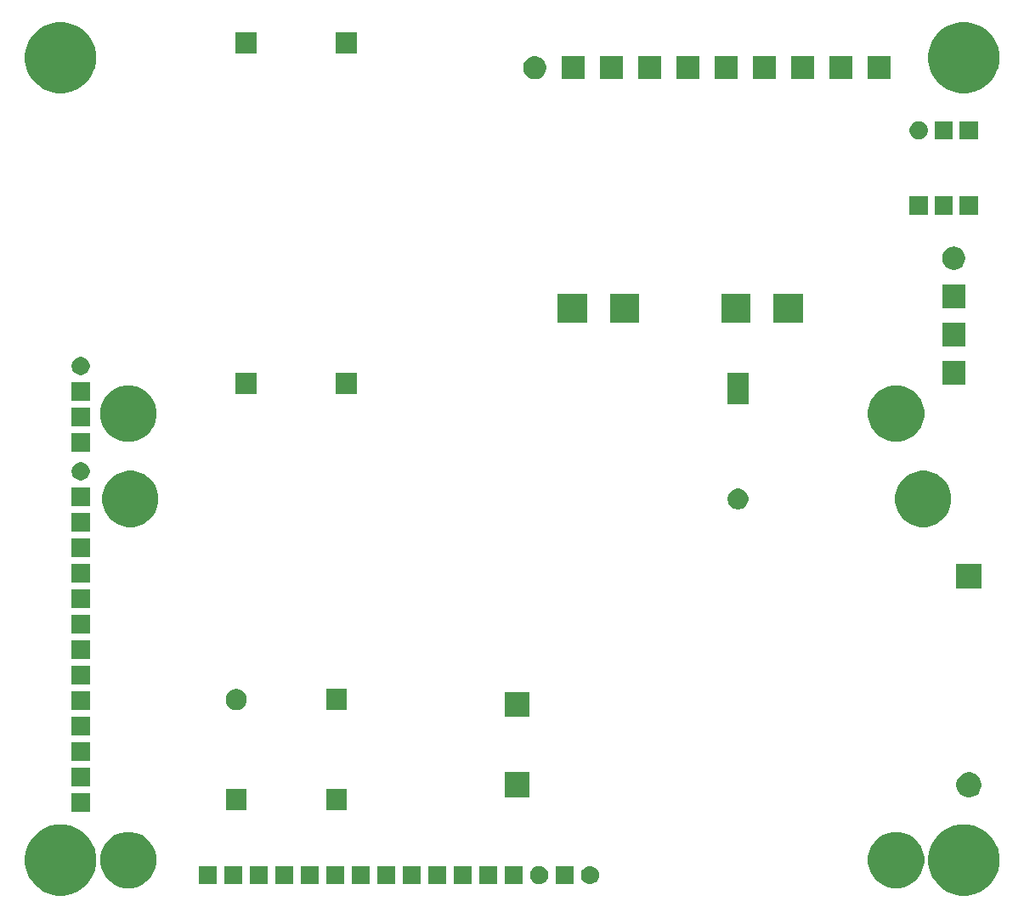
<source format=gbr>
G04 #@! TF.GenerationSoftware,KiCad,Pcbnew,(5.1.2-1)-1*
G04 #@! TF.CreationDate,2021-05-08T22:13:09+03:00*
G04 #@! TF.ProjectId,UAK_3,55414b5f-332e-46b6-9963-61645f706362,rev?*
G04 #@! TF.SameCoordinates,Original*
G04 #@! TF.FileFunction,Soldermask,Bot*
G04 #@! TF.FilePolarity,Negative*
%FSLAX46Y46*%
G04 Gerber Fmt 4.6, Leading zero omitted, Abs format (unit mm)*
G04 Created by KiCad (PCBNEW (5.1.2-1)-1) date 2021-05-08 22:13:09*
%MOMM*%
%LPD*%
G04 APERTURE LIST*
%ADD10C,0.100000*%
G04 APERTURE END LIST*
D10*
G36*
X96035787Y8414538D02*
G01*
X96035790Y8414537D01*
X96035789Y8414537D01*
X96682029Y8146856D01*
X97263631Y7758242D01*
X97758242Y7263631D01*
X98146856Y6682029D01*
X98146856Y6682028D01*
X98414538Y6035787D01*
X98551000Y5349744D01*
X98551000Y4650256D01*
X98414538Y3964213D01*
X98336135Y3774932D01*
X98146856Y3317971D01*
X97758242Y2736369D01*
X97263631Y2241758D01*
X96682029Y1853144D01*
X96225068Y1663865D01*
X96035787Y1585462D01*
X95349744Y1449000D01*
X94650256Y1449000D01*
X93964213Y1585462D01*
X93774932Y1663865D01*
X93317971Y1853144D01*
X92736369Y2241758D01*
X92241758Y2736369D01*
X91853144Y3317971D01*
X91663865Y3774932D01*
X91585462Y3964213D01*
X91449000Y4650256D01*
X91449000Y5349744D01*
X91585462Y6035787D01*
X91853144Y6682028D01*
X91853144Y6682029D01*
X92241758Y7263631D01*
X92736369Y7758242D01*
X93317971Y8146856D01*
X93964211Y8414537D01*
X93964210Y8414537D01*
X93964213Y8414538D01*
X94650256Y8551000D01*
X95349744Y8551000D01*
X96035787Y8414538D01*
X96035787Y8414538D01*
G37*
G36*
X6035787Y8414538D02*
G01*
X6035790Y8414537D01*
X6035789Y8414537D01*
X6682029Y8146856D01*
X7263631Y7758242D01*
X7758242Y7263631D01*
X8146856Y6682029D01*
X8146856Y6682028D01*
X8414538Y6035787D01*
X8551000Y5349744D01*
X8551000Y4650256D01*
X8414538Y3964213D01*
X8336135Y3774932D01*
X8146856Y3317971D01*
X7758242Y2736369D01*
X7263631Y2241758D01*
X6682029Y1853144D01*
X6225068Y1663865D01*
X6035787Y1585462D01*
X5349744Y1449000D01*
X4650256Y1449000D01*
X3964213Y1585462D01*
X3774932Y1663865D01*
X3317971Y1853144D01*
X2736369Y2241758D01*
X2241758Y2736369D01*
X1853144Y3317971D01*
X1663865Y3774932D01*
X1585462Y3964213D01*
X1449000Y4650256D01*
X1449000Y5349744D01*
X1585462Y6035787D01*
X1853144Y6682028D01*
X1853144Y6682029D01*
X2241758Y7263631D01*
X2736369Y7758242D01*
X3317971Y8146856D01*
X3964211Y8414537D01*
X3964210Y8414537D01*
X3964213Y8414538D01*
X4650256Y8551000D01*
X5349744Y8551000D01*
X6035787Y8414538D01*
X6035787Y8414538D01*
G37*
G36*
X89067021Y7693360D02*
G01*
X89576769Y7482215D01*
X89576771Y7482214D01*
X90035534Y7175679D01*
X90425679Y6785534D01*
X90494839Y6682028D01*
X90732215Y6326769D01*
X90943360Y5817021D01*
X91051000Y5275876D01*
X91051000Y4724124D01*
X90943360Y4182979D01*
X90733621Y3676625D01*
X90732214Y3673229D01*
X90425679Y3214466D01*
X90035534Y2824321D01*
X89576771Y2517786D01*
X89576770Y2517785D01*
X89576769Y2517785D01*
X89067021Y2306640D01*
X88525876Y2199000D01*
X87974124Y2199000D01*
X87432979Y2306640D01*
X86923231Y2517785D01*
X86923230Y2517785D01*
X86923229Y2517786D01*
X86464466Y2824321D01*
X86074321Y3214466D01*
X85767786Y3673229D01*
X85766379Y3676625D01*
X85556640Y4182979D01*
X85449000Y4724124D01*
X85449000Y5275876D01*
X85556640Y5817021D01*
X85767785Y6326769D01*
X86005161Y6682028D01*
X86074321Y6785534D01*
X86464466Y7175679D01*
X86923229Y7482214D01*
X86923231Y7482215D01*
X87432979Y7693360D01*
X87974124Y7801000D01*
X88525876Y7801000D01*
X89067021Y7693360D01*
X89067021Y7693360D01*
G37*
G36*
X12567021Y7693360D02*
G01*
X13076769Y7482215D01*
X13076771Y7482214D01*
X13535534Y7175679D01*
X13925679Y6785534D01*
X13994839Y6682028D01*
X14232215Y6326769D01*
X14443360Y5817021D01*
X14551000Y5275876D01*
X14551000Y4724124D01*
X14443360Y4182979D01*
X14233621Y3676625D01*
X14232214Y3673229D01*
X13925679Y3214466D01*
X13535534Y2824321D01*
X13076771Y2517786D01*
X13076770Y2517785D01*
X13076769Y2517785D01*
X12567021Y2306640D01*
X12025876Y2199000D01*
X11474124Y2199000D01*
X10932979Y2306640D01*
X10423231Y2517785D01*
X10423230Y2517785D01*
X10423229Y2517786D01*
X9964466Y2824321D01*
X9574321Y3214466D01*
X9267786Y3673229D01*
X9266379Y3676625D01*
X9056640Y4182979D01*
X8949000Y4724124D01*
X8949000Y5275876D01*
X9056640Y5817021D01*
X9267785Y6326769D01*
X9505161Y6682028D01*
X9574321Y6785534D01*
X9964466Y7175679D01*
X10423229Y7482214D01*
X10423231Y7482215D01*
X10932979Y7693360D01*
X11474124Y7801000D01*
X12025876Y7801000D01*
X12567021Y7693360D01*
X12567021Y7693360D01*
G37*
G36*
X48491000Y2599000D02*
G01*
X46689000Y2599000D01*
X46689000Y4401000D01*
X48491000Y4401000D01*
X48491000Y2599000D01*
X48491000Y2599000D01*
G37*
G36*
X45951000Y2599000D02*
G01*
X44149000Y2599000D01*
X44149000Y4401000D01*
X45951000Y4401000D01*
X45951000Y2599000D01*
X45951000Y2599000D01*
G37*
G36*
X43411000Y2599000D02*
G01*
X41609000Y2599000D01*
X41609000Y4401000D01*
X43411000Y4401000D01*
X43411000Y2599000D01*
X43411000Y2599000D01*
G37*
G36*
X40871000Y2599000D02*
G01*
X39069000Y2599000D01*
X39069000Y4401000D01*
X40871000Y4401000D01*
X40871000Y2599000D01*
X40871000Y2599000D01*
G37*
G36*
X38331000Y2599000D02*
G01*
X36529000Y2599000D01*
X36529000Y4401000D01*
X38331000Y4401000D01*
X38331000Y2599000D01*
X38331000Y2599000D01*
G37*
G36*
X35791000Y2599000D02*
G01*
X33989000Y2599000D01*
X33989000Y4401000D01*
X35791000Y4401000D01*
X35791000Y2599000D01*
X35791000Y2599000D01*
G37*
G36*
X33251000Y2599000D02*
G01*
X31449000Y2599000D01*
X31449000Y4401000D01*
X33251000Y4401000D01*
X33251000Y2599000D01*
X33251000Y2599000D01*
G37*
G36*
X30711000Y2599000D02*
G01*
X28909000Y2599000D01*
X28909000Y4401000D01*
X30711000Y4401000D01*
X30711000Y2599000D01*
X30711000Y2599000D01*
G37*
G36*
X28171000Y2599000D02*
G01*
X26369000Y2599000D01*
X26369000Y4401000D01*
X28171000Y4401000D01*
X28171000Y2599000D01*
X28171000Y2599000D01*
G37*
G36*
X25631000Y2599000D02*
G01*
X23829000Y2599000D01*
X23829000Y4401000D01*
X25631000Y4401000D01*
X25631000Y2599000D01*
X25631000Y2599000D01*
G37*
G36*
X23091000Y2599000D02*
G01*
X21289000Y2599000D01*
X21289000Y4401000D01*
X23091000Y4401000D01*
X23091000Y2599000D01*
X23091000Y2599000D01*
G37*
G36*
X20551000Y2599000D02*
G01*
X18749000Y2599000D01*
X18749000Y4401000D01*
X20551000Y4401000D01*
X20551000Y2599000D01*
X20551000Y2599000D01*
G37*
G36*
X57860443Y4394481D02*
G01*
X57926627Y4387963D01*
X58096466Y4336443D01*
X58252991Y4252778D01*
X58288729Y4223448D01*
X58390186Y4140186D01*
X58473448Y4038729D01*
X58502778Y4002991D01*
X58586443Y3846466D01*
X58637963Y3676627D01*
X58655359Y3500000D01*
X58637963Y3323373D01*
X58586443Y3153534D01*
X58502778Y2997009D01*
X58473448Y2961271D01*
X58390186Y2859814D01*
X58317480Y2800147D01*
X58252991Y2747222D01*
X58096466Y2663557D01*
X57926627Y2612037D01*
X57860443Y2605519D01*
X57794260Y2599000D01*
X57705740Y2599000D01*
X57639557Y2605519D01*
X57573373Y2612037D01*
X57403534Y2663557D01*
X57247009Y2747222D01*
X57182520Y2800147D01*
X57109814Y2859814D01*
X57026552Y2961271D01*
X56997222Y2997009D01*
X56913557Y3153534D01*
X56862037Y3323373D01*
X56844641Y3500000D01*
X56862037Y3676627D01*
X56913557Y3846466D01*
X56997222Y4002991D01*
X57026552Y4038729D01*
X57109814Y4140186D01*
X57211271Y4223448D01*
X57247009Y4252778D01*
X57403534Y4336443D01*
X57573373Y4387963D01*
X57639557Y4394481D01*
X57705740Y4401000D01*
X57794260Y4401000D01*
X57860443Y4394481D01*
X57860443Y4394481D01*
G37*
G36*
X51031000Y2599000D02*
G01*
X49229000Y2599000D01*
X49229000Y4401000D01*
X51031000Y4401000D01*
X51031000Y2599000D01*
X51031000Y2599000D01*
G37*
G36*
X52783512Y4396073D02*
G01*
X52932812Y4366376D01*
X53096784Y4298456D01*
X53244354Y4199853D01*
X53369853Y4074354D01*
X53468456Y3926784D01*
X53536376Y3762812D01*
X53571000Y3588741D01*
X53571000Y3411259D01*
X53536376Y3237188D01*
X53468456Y3073216D01*
X53369853Y2925646D01*
X53244354Y2800147D01*
X53096784Y2701544D01*
X52932812Y2633624D01*
X52783512Y2603927D01*
X52758742Y2599000D01*
X52581258Y2599000D01*
X52556488Y2603927D01*
X52407188Y2633624D01*
X52243216Y2701544D01*
X52095646Y2800147D01*
X51970147Y2925646D01*
X51871544Y3073216D01*
X51803624Y3237188D01*
X51769000Y3411259D01*
X51769000Y3588741D01*
X51803624Y3762812D01*
X51871544Y3926784D01*
X51970147Y4074354D01*
X52095646Y4199853D01*
X52243216Y4298456D01*
X52407188Y4366376D01*
X52556488Y4396073D01*
X52581258Y4401000D01*
X52758742Y4401000D01*
X52783512Y4396073D01*
X52783512Y4396073D01*
G37*
G36*
X56111000Y2599000D02*
G01*
X54309000Y2599000D01*
X54309000Y4401000D01*
X56111000Y4401000D01*
X56111000Y2599000D01*
X56111000Y2599000D01*
G37*
G36*
X7901000Y9829000D02*
G01*
X6099000Y9829000D01*
X6099000Y11631000D01*
X7901000Y11631000D01*
X7901000Y9829000D01*
X7901000Y9829000D01*
G37*
G36*
X23551000Y9949000D02*
G01*
X21449000Y9949000D01*
X21449000Y12051000D01*
X23551000Y12051000D01*
X23551000Y9949000D01*
X23551000Y9949000D01*
G37*
G36*
X33551000Y9949000D02*
G01*
X31449000Y9949000D01*
X31449000Y12051000D01*
X33551000Y12051000D01*
X33551000Y9949000D01*
X33551000Y9949000D01*
G37*
G36*
X95864903Y13702925D02*
G01*
X96092571Y13608622D01*
X96297466Y13471715D01*
X96471715Y13297466D01*
X96608622Y13092571D01*
X96702925Y12864903D01*
X96751000Y12623213D01*
X96751000Y12376787D01*
X96702925Y12135097D01*
X96608622Y11907429D01*
X96471715Y11702534D01*
X96297466Y11528285D01*
X96092571Y11391378D01*
X96092570Y11391377D01*
X96092569Y11391377D01*
X95864903Y11297075D01*
X95623214Y11249000D01*
X95376786Y11249000D01*
X95135097Y11297075D01*
X94907431Y11391377D01*
X94907430Y11391377D01*
X94907429Y11391378D01*
X94702534Y11528285D01*
X94528285Y11702534D01*
X94391378Y11907429D01*
X94297075Y12135097D01*
X94249000Y12376787D01*
X94249000Y12623213D01*
X94297075Y12864903D01*
X94391378Y13092571D01*
X94528285Y13297466D01*
X94702534Y13471715D01*
X94907429Y13608622D01*
X95135097Y13702925D01*
X95376786Y13751000D01*
X95623214Y13751000D01*
X95864903Y13702925D01*
X95864903Y13702925D01*
G37*
G36*
X51751000Y11249000D02*
G01*
X49249000Y11249000D01*
X49249000Y13751000D01*
X51751000Y13751000D01*
X51751000Y11249000D01*
X51751000Y11249000D01*
G37*
G36*
X7901000Y12369000D02*
G01*
X6099000Y12369000D01*
X6099000Y14171000D01*
X7901000Y14171000D01*
X7901000Y12369000D01*
X7901000Y12369000D01*
G37*
G36*
X7901000Y14909000D02*
G01*
X6099000Y14909000D01*
X6099000Y16711000D01*
X7901000Y16711000D01*
X7901000Y14909000D01*
X7901000Y14909000D01*
G37*
G36*
X7901000Y17449000D02*
G01*
X6099000Y17449000D01*
X6099000Y19251000D01*
X7901000Y19251000D01*
X7901000Y17449000D01*
X7901000Y17449000D01*
G37*
G36*
X51751000Y19249000D02*
G01*
X49249000Y19249000D01*
X49249000Y21751000D01*
X51751000Y21751000D01*
X51751000Y19249000D01*
X51751000Y19249000D01*
G37*
G36*
X33551000Y19949000D02*
G01*
X31449000Y19949000D01*
X31449000Y22051000D01*
X33551000Y22051000D01*
X33551000Y19949000D01*
X33551000Y19949000D01*
G37*
G36*
X22806564Y22010611D02*
G01*
X22997833Y21931385D01*
X22997835Y21931384D01*
X23169973Y21816365D01*
X23316365Y21669973D01*
X23431385Y21497833D01*
X23510611Y21306564D01*
X23551000Y21103516D01*
X23551000Y20896484D01*
X23510611Y20693436D01*
X23431385Y20502167D01*
X23431384Y20502165D01*
X23316365Y20330027D01*
X23169973Y20183635D01*
X22997835Y20068616D01*
X22997834Y20068615D01*
X22997833Y20068615D01*
X22806564Y19989389D01*
X22603516Y19949000D01*
X22396484Y19949000D01*
X22193436Y19989389D01*
X22002167Y20068615D01*
X22002166Y20068615D01*
X22002165Y20068616D01*
X21830027Y20183635D01*
X21683635Y20330027D01*
X21568616Y20502165D01*
X21568615Y20502167D01*
X21489389Y20693436D01*
X21449000Y20896484D01*
X21449000Y21103516D01*
X21489389Y21306564D01*
X21568615Y21497833D01*
X21683635Y21669973D01*
X21830027Y21816365D01*
X22002165Y21931384D01*
X22002167Y21931385D01*
X22193436Y22010611D01*
X22396484Y22051000D01*
X22603516Y22051000D01*
X22806564Y22010611D01*
X22806564Y22010611D01*
G37*
G36*
X7901000Y19989000D02*
G01*
X6099000Y19989000D01*
X6099000Y21791000D01*
X7901000Y21791000D01*
X7901000Y19989000D01*
X7901000Y19989000D01*
G37*
G36*
X7901000Y22529000D02*
G01*
X6099000Y22529000D01*
X6099000Y24331000D01*
X7901000Y24331000D01*
X7901000Y22529000D01*
X7901000Y22529000D01*
G37*
G36*
X7901000Y25069000D02*
G01*
X6099000Y25069000D01*
X6099000Y26871000D01*
X7901000Y26871000D01*
X7901000Y25069000D01*
X7901000Y25069000D01*
G37*
G36*
X7901000Y27609000D02*
G01*
X6099000Y27609000D01*
X6099000Y29411000D01*
X7901000Y29411000D01*
X7901000Y27609000D01*
X7901000Y27609000D01*
G37*
G36*
X7901000Y30149000D02*
G01*
X6099000Y30149000D01*
X6099000Y31951000D01*
X7901000Y31951000D01*
X7901000Y30149000D01*
X7901000Y30149000D01*
G37*
G36*
X96751000Y32049000D02*
G01*
X94249000Y32049000D01*
X94249000Y34551000D01*
X96751000Y34551000D01*
X96751000Y32049000D01*
X96751000Y32049000D01*
G37*
G36*
X7901000Y32689000D02*
G01*
X6099000Y32689000D01*
X6099000Y34491000D01*
X7901000Y34491000D01*
X7901000Y32689000D01*
X7901000Y32689000D01*
G37*
G36*
X7901000Y35229000D02*
G01*
X6099000Y35229000D01*
X6099000Y37031000D01*
X7901000Y37031000D01*
X7901000Y35229000D01*
X7901000Y35229000D01*
G37*
G36*
X7901000Y37769000D02*
G01*
X6099000Y37769000D01*
X6099000Y39571000D01*
X7901000Y39571000D01*
X7901000Y37769000D01*
X7901000Y37769000D01*
G37*
G36*
X91767021Y43693360D02*
G01*
X92264763Y43487188D01*
X92276771Y43482214D01*
X92735534Y43175679D01*
X93125679Y42785534D01*
X93432214Y42326771D01*
X93432215Y42326769D01*
X93643360Y41817021D01*
X93751000Y41275876D01*
X93751000Y40724124D01*
X93643360Y40182979D01*
X93432215Y39673231D01*
X93432214Y39673229D01*
X93125679Y39214466D01*
X92735534Y38824321D01*
X92276771Y38517786D01*
X92276770Y38517785D01*
X92276769Y38517785D01*
X91767021Y38306640D01*
X91225876Y38199000D01*
X90674124Y38199000D01*
X90132979Y38306640D01*
X89623231Y38517785D01*
X89623230Y38517785D01*
X89623229Y38517786D01*
X89164466Y38824321D01*
X88774321Y39214466D01*
X88467786Y39673229D01*
X88467785Y39673231D01*
X88256640Y40182979D01*
X88149000Y40724124D01*
X88149000Y41275876D01*
X88256640Y41817021D01*
X88467785Y42326769D01*
X88467786Y42326771D01*
X88774321Y42785534D01*
X89164466Y43175679D01*
X89623229Y43482214D01*
X89635237Y43487188D01*
X90132979Y43693360D01*
X90674124Y43801000D01*
X91225876Y43801000D01*
X91767021Y43693360D01*
X91767021Y43693360D01*
G37*
G36*
X12767021Y43693360D02*
G01*
X13264763Y43487188D01*
X13276771Y43482214D01*
X13735534Y43175679D01*
X14125679Y42785534D01*
X14432214Y42326771D01*
X14432215Y42326769D01*
X14643360Y41817021D01*
X14751000Y41275876D01*
X14751000Y40724124D01*
X14643360Y40182979D01*
X14432215Y39673231D01*
X14432214Y39673229D01*
X14125679Y39214466D01*
X13735534Y38824321D01*
X13276771Y38517786D01*
X13276770Y38517785D01*
X13276769Y38517785D01*
X12767021Y38306640D01*
X12225876Y38199000D01*
X11674124Y38199000D01*
X11132979Y38306640D01*
X10623231Y38517785D01*
X10623230Y38517785D01*
X10623229Y38517786D01*
X10164466Y38824321D01*
X9774321Y39214466D01*
X9467786Y39673229D01*
X9467785Y39673231D01*
X9256640Y40182979D01*
X9149000Y40724124D01*
X9149000Y41275876D01*
X9256640Y41817021D01*
X9467785Y42326769D01*
X9467786Y42326771D01*
X9774321Y42785534D01*
X10164466Y43175679D01*
X10623229Y43482214D01*
X10635237Y43487188D01*
X11132979Y43693360D01*
X11674124Y43801000D01*
X12225876Y43801000D01*
X12767021Y43693360D01*
X12767021Y43693360D01*
G37*
G36*
X72806564Y42010611D02*
G01*
X72997833Y41931385D01*
X72997835Y41931384D01*
X73168990Y41817022D01*
X73169973Y41816365D01*
X73316365Y41669973D01*
X73431385Y41497833D01*
X73510611Y41306564D01*
X73551000Y41103516D01*
X73551000Y40896484D01*
X73510611Y40693436D01*
X73431385Y40502167D01*
X73431384Y40502165D01*
X73316365Y40330027D01*
X73169973Y40183635D01*
X72997835Y40068616D01*
X72997834Y40068615D01*
X72997833Y40068615D01*
X72806564Y39989389D01*
X72603516Y39949000D01*
X72396484Y39949000D01*
X72193436Y39989389D01*
X72002167Y40068615D01*
X72002166Y40068615D01*
X72002165Y40068616D01*
X71830027Y40183635D01*
X71683635Y40330027D01*
X71568616Y40502165D01*
X71568615Y40502167D01*
X71489389Y40693436D01*
X71449000Y40896484D01*
X71449000Y41103516D01*
X71489389Y41306564D01*
X71568615Y41497833D01*
X71683635Y41669973D01*
X71830027Y41816365D01*
X71831010Y41817022D01*
X72002165Y41931384D01*
X72002167Y41931385D01*
X72193436Y42010611D01*
X72396484Y42051000D01*
X72603516Y42051000D01*
X72806564Y42010611D01*
X72806564Y42010611D01*
G37*
G36*
X7901000Y40309000D02*
G01*
X6099000Y40309000D01*
X6099000Y42111000D01*
X7901000Y42111000D01*
X7901000Y40309000D01*
X7901000Y40309000D01*
G37*
G36*
X7113512Y44646073D02*
G01*
X7262812Y44616376D01*
X7426784Y44548456D01*
X7574354Y44449853D01*
X7699853Y44324354D01*
X7798456Y44176784D01*
X7866376Y44012812D01*
X7901000Y43838741D01*
X7901000Y43661259D01*
X7866376Y43487188D01*
X7798456Y43323216D01*
X7699853Y43175646D01*
X7574354Y43050147D01*
X7426784Y42951544D01*
X7262812Y42883624D01*
X7113512Y42853927D01*
X7088742Y42849000D01*
X6911258Y42849000D01*
X6886488Y42853927D01*
X6737188Y42883624D01*
X6573216Y42951544D01*
X6425646Y43050147D01*
X6300147Y43175646D01*
X6201544Y43323216D01*
X6133624Y43487188D01*
X6099000Y43661259D01*
X6099000Y43838741D01*
X6133624Y44012812D01*
X6201544Y44176784D01*
X6300147Y44324354D01*
X6425646Y44449853D01*
X6573216Y44548456D01*
X6737188Y44616376D01*
X6886488Y44646073D01*
X6911258Y44651000D01*
X7088742Y44651000D01*
X7113512Y44646073D01*
X7113512Y44646073D01*
G37*
G36*
X7901000Y45729000D02*
G01*
X6099000Y45729000D01*
X6099000Y47531000D01*
X7901000Y47531000D01*
X7901000Y45729000D01*
X7901000Y45729000D01*
G37*
G36*
X89067021Y52193360D02*
G01*
X89576769Y51982215D01*
X89576771Y51982214D01*
X90035534Y51675679D01*
X90425679Y51285534D01*
X90732214Y50826771D01*
X90732215Y50826769D01*
X90943360Y50317021D01*
X91051000Y49775876D01*
X91051000Y49224124D01*
X90943360Y48682979D01*
X90771884Y48269000D01*
X90732214Y48173229D01*
X90425679Y47714466D01*
X90035534Y47324321D01*
X89576771Y47017786D01*
X89576770Y47017785D01*
X89576769Y47017785D01*
X89067021Y46806640D01*
X88525876Y46699000D01*
X87974124Y46699000D01*
X87432979Y46806640D01*
X86923231Y47017785D01*
X86923230Y47017785D01*
X86923229Y47017786D01*
X86464466Y47324321D01*
X86074321Y47714466D01*
X85767786Y48173229D01*
X85728116Y48269000D01*
X85556640Y48682979D01*
X85449000Y49224124D01*
X85449000Y49775876D01*
X85556640Y50317021D01*
X85767785Y50826769D01*
X85767786Y50826771D01*
X86074321Y51285534D01*
X86464466Y51675679D01*
X86923229Y51982214D01*
X86923231Y51982215D01*
X87432979Y52193360D01*
X87974124Y52301000D01*
X88525876Y52301000D01*
X89067021Y52193360D01*
X89067021Y52193360D01*
G37*
G36*
X12567021Y52193360D02*
G01*
X13076769Y51982215D01*
X13076771Y51982214D01*
X13535534Y51675679D01*
X13925679Y51285534D01*
X14232214Y50826771D01*
X14232215Y50826769D01*
X14443360Y50317021D01*
X14551000Y49775876D01*
X14551000Y49224124D01*
X14443360Y48682979D01*
X14271884Y48269000D01*
X14232214Y48173229D01*
X13925679Y47714466D01*
X13535534Y47324321D01*
X13076771Y47017786D01*
X13076770Y47017785D01*
X13076769Y47017785D01*
X12567021Y46806640D01*
X12025876Y46699000D01*
X11474124Y46699000D01*
X10932979Y46806640D01*
X10423231Y47017785D01*
X10423230Y47017785D01*
X10423229Y47017786D01*
X9964466Y47324321D01*
X9574321Y47714466D01*
X9267786Y48173229D01*
X9228116Y48269000D01*
X9056640Y48682979D01*
X8949000Y49224124D01*
X8949000Y49775876D01*
X9056640Y50317021D01*
X9267785Y50826769D01*
X9267786Y50826771D01*
X9574321Y51285534D01*
X9964466Y51675679D01*
X10423229Y51982214D01*
X10423231Y51982215D01*
X10932979Y52193360D01*
X11474124Y52301000D01*
X12025876Y52301000D01*
X12567021Y52193360D01*
X12567021Y52193360D01*
G37*
G36*
X7901000Y48269000D02*
G01*
X6099000Y48269000D01*
X6099000Y50071000D01*
X7901000Y50071000D01*
X7901000Y48269000D01*
X7901000Y48269000D01*
G37*
G36*
X73551000Y50449000D02*
G01*
X71449000Y50449000D01*
X71449000Y53551000D01*
X73551000Y53551000D01*
X73551000Y50449000D01*
X73551000Y50449000D01*
G37*
G36*
X7901000Y50809000D02*
G01*
X6099000Y50809000D01*
X6099000Y52611000D01*
X7901000Y52611000D01*
X7901000Y50809000D01*
X7901000Y50809000D01*
G37*
G36*
X34551000Y51449000D02*
G01*
X32449000Y51449000D01*
X32449000Y53551000D01*
X34551000Y53551000D01*
X34551000Y51449000D01*
X34551000Y51449000D01*
G37*
G36*
X24551000Y51449000D02*
G01*
X22449000Y51449000D01*
X22449000Y53551000D01*
X24551000Y53551000D01*
X24551000Y51449000D01*
X24551000Y51449000D01*
G37*
G36*
X95151000Y52419000D02*
G01*
X92849000Y52419000D01*
X92849000Y54721000D01*
X95151000Y54721000D01*
X95151000Y52419000D01*
X95151000Y52419000D01*
G37*
G36*
X7113512Y55146073D02*
G01*
X7262812Y55116376D01*
X7426784Y55048456D01*
X7574354Y54949853D01*
X7699853Y54824354D01*
X7798456Y54676784D01*
X7866376Y54512812D01*
X7901000Y54338741D01*
X7901000Y54161259D01*
X7866376Y53987188D01*
X7798456Y53823216D01*
X7699853Y53675646D01*
X7574354Y53550147D01*
X7426784Y53451544D01*
X7262812Y53383624D01*
X7113512Y53353927D01*
X7088742Y53349000D01*
X6911258Y53349000D01*
X6886488Y53353927D01*
X6737188Y53383624D01*
X6573216Y53451544D01*
X6425646Y53550147D01*
X6300147Y53675646D01*
X6201544Y53823216D01*
X6133624Y53987188D01*
X6099000Y54161259D01*
X6099000Y54338741D01*
X6133624Y54512812D01*
X6201544Y54676784D01*
X6300147Y54824354D01*
X6425646Y54949853D01*
X6573216Y55048456D01*
X6737188Y55116376D01*
X6886488Y55146073D01*
X6911258Y55151000D01*
X7088742Y55151000D01*
X7113512Y55146073D01*
X7113512Y55146073D01*
G37*
G36*
X95151000Y56229000D02*
G01*
X92849000Y56229000D01*
X92849000Y58531000D01*
X95151000Y58531000D01*
X95151000Y56229000D01*
X95151000Y56229000D01*
G37*
G36*
X78951000Y58549000D02*
G01*
X76049000Y58549000D01*
X76049000Y61451000D01*
X78951000Y61451000D01*
X78951000Y58549000D01*
X78951000Y58549000D01*
G37*
G36*
X57451000Y58549000D02*
G01*
X54549000Y58549000D01*
X54549000Y61451000D01*
X57451000Y61451000D01*
X57451000Y58549000D01*
X57451000Y58549000D01*
G37*
G36*
X62651000Y58549000D02*
G01*
X59749000Y58549000D01*
X59749000Y61451000D01*
X62651000Y61451000D01*
X62651000Y58549000D01*
X62651000Y58549000D01*
G37*
G36*
X73751000Y58549000D02*
G01*
X70849000Y58549000D01*
X70849000Y61451000D01*
X73751000Y61451000D01*
X73751000Y58549000D01*
X73751000Y58549000D01*
G37*
G36*
X95151000Y60039000D02*
G01*
X92849000Y60039000D01*
X92849000Y62341000D01*
X95151000Y62341000D01*
X95151000Y60039000D01*
X95151000Y60039000D01*
G37*
G36*
X94224549Y66128884D02*
G01*
X94335734Y66106768D01*
X94545203Y66020003D01*
X94733720Y65894040D01*
X94894040Y65733720D01*
X95020003Y65545203D01*
X95106768Y65335734D01*
X95151000Y65113364D01*
X95151000Y64886636D01*
X95106768Y64664266D01*
X95020003Y64454797D01*
X94894040Y64266280D01*
X94733720Y64105960D01*
X94545203Y63979997D01*
X94335734Y63893232D01*
X94224549Y63871116D01*
X94113365Y63849000D01*
X93886635Y63849000D01*
X93775451Y63871116D01*
X93664266Y63893232D01*
X93454797Y63979997D01*
X93266280Y64105960D01*
X93105960Y64266280D01*
X92979997Y64454797D01*
X92893232Y64664266D01*
X92849000Y64886636D01*
X92849000Y65113364D01*
X92893232Y65335734D01*
X92979997Y65545203D01*
X93105960Y65733720D01*
X93266280Y65894040D01*
X93454797Y66020003D01*
X93664266Y66106768D01*
X93775451Y66128884D01*
X93886635Y66151000D01*
X94113365Y66151000D01*
X94224549Y66128884D01*
X94224549Y66128884D01*
G37*
G36*
X96401000Y69349000D02*
G01*
X94599000Y69349000D01*
X94599000Y71151000D01*
X96401000Y71151000D01*
X96401000Y69349000D01*
X96401000Y69349000D01*
G37*
G36*
X93901000Y69349000D02*
G01*
X92099000Y69349000D01*
X92099000Y71151000D01*
X93901000Y71151000D01*
X93901000Y69349000D01*
X93901000Y69349000D01*
G37*
G36*
X91401000Y69349000D02*
G01*
X89599000Y69349000D01*
X89599000Y71151000D01*
X91401000Y71151000D01*
X91401000Y69349000D01*
X91401000Y69349000D01*
G37*
G36*
X90613512Y78646073D02*
G01*
X90762812Y78616376D01*
X90926784Y78548456D01*
X91074354Y78449853D01*
X91199853Y78324354D01*
X91298456Y78176784D01*
X91366376Y78012812D01*
X91401000Y77838741D01*
X91401000Y77661259D01*
X91366376Y77487188D01*
X91298456Y77323216D01*
X91199853Y77175646D01*
X91074354Y77050147D01*
X90926784Y76951544D01*
X90762812Y76883624D01*
X90613512Y76853927D01*
X90588742Y76849000D01*
X90411258Y76849000D01*
X90386488Y76853927D01*
X90237188Y76883624D01*
X90073216Y76951544D01*
X89925646Y77050147D01*
X89800147Y77175646D01*
X89701544Y77323216D01*
X89633624Y77487188D01*
X89599000Y77661259D01*
X89599000Y77838741D01*
X89633624Y78012812D01*
X89701544Y78176784D01*
X89800147Y78324354D01*
X89925646Y78449853D01*
X90073216Y78548456D01*
X90237188Y78616376D01*
X90386488Y78646073D01*
X90411258Y78651000D01*
X90588742Y78651000D01*
X90613512Y78646073D01*
X90613512Y78646073D01*
G37*
G36*
X93901000Y76849000D02*
G01*
X92099000Y76849000D01*
X92099000Y78651000D01*
X93901000Y78651000D01*
X93901000Y76849000D01*
X93901000Y76849000D01*
G37*
G36*
X96401000Y76849000D02*
G01*
X94599000Y76849000D01*
X94599000Y78651000D01*
X96401000Y78651000D01*
X96401000Y76849000D01*
X96401000Y76849000D01*
G37*
G36*
X96035787Y88414538D02*
G01*
X96035790Y88414537D01*
X96035789Y88414537D01*
X96682029Y88146856D01*
X97263631Y87758242D01*
X97758242Y87263631D01*
X98146856Y86682029D01*
X98146856Y86682028D01*
X98414538Y86035787D01*
X98551000Y85349744D01*
X98551000Y84650256D01*
X98414538Y83964213D01*
X98382404Y83886635D01*
X98146856Y83317971D01*
X97758242Y82736369D01*
X97263631Y82241758D01*
X96682029Y81853144D01*
X96225068Y81663865D01*
X96035787Y81585462D01*
X95349744Y81449000D01*
X94650256Y81449000D01*
X93964213Y81585462D01*
X93774932Y81663865D01*
X93317971Y81853144D01*
X92736369Y82241758D01*
X92241758Y82736369D01*
X91853144Y83317971D01*
X91617596Y83886635D01*
X91585462Y83964213D01*
X91449000Y84650256D01*
X91449000Y85349744D01*
X91585462Y86035787D01*
X91853144Y86682028D01*
X91853144Y86682029D01*
X92241758Y87263631D01*
X92736369Y87758242D01*
X93317971Y88146856D01*
X93964211Y88414537D01*
X93964210Y88414537D01*
X93964213Y88414538D01*
X94650256Y88551000D01*
X95349744Y88551000D01*
X96035787Y88414538D01*
X96035787Y88414538D01*
G37*
G36*
X6035787Y88414538D02*
G01*
X6035790Y88414537D01*
X6035789Y88414537D01*
X6682029Y88146856D01*
X7263631Y87758242D01*
X7758242Y87263631D01*
X8146856Y86682029D01*
X8146856Y86682028D01*
X8414538Y86035787D01*
X8551000Y85349744D01*
X8551000Y84650256D01*
X8414538Y83964213D01*
X8382404Y83886635D01*
X8146856Y83317971D01*
X7758242Y82736369D01*
X7263631Y82241758D01*
X6682029Y81853144D01*
X6225068Y81663865D01*
X6035787Y81585462D01*
X5349744Y81449000D01*
X4650256Y81449000D01*
X3964213Y81585462D01*
X3774932Y81663865D01*
X3317971Y81853144D01*
X2736369Y82241758D01*
X2241758Y82736369D01*
X1853144Y83317971D01*
X1617596Y83886635D01*
X1585462Y83964213D01*
X1449000Y84650256D01*
X1449000Y85349744D01*
X1585462Y86035787D01*
X1853144Y86682028D01*
X1853144Y86682029D01*
X2241758Y87263631D01*
X2736369Y87758242D01*
X3317971Y88146856D01*
X3964211Y88414537D01*
X3964210Y88414537D01*
X3964213Y88414538D01*
X4650256Y88551000D01*
X5349744Y88551000D01*
X6035787Y88414538D01*
X6035787Y88414538D01*
G37*
G36*
X68641000Y82849000D02*
G01*
X66339000Y82849000D01*
X66339000Y85151000D01*
X68641000Y85151000D01*
X68641000Y82849000D01*
X68641000Y82849000D01*
G37*
G36*
X87691000Y82849000D02*
G01*
X85389000Y82849000D01*
X85389000Y85151000D01*
X87691000Y85151000D01*
X87691000Y82849000D01*
X87691000Y82849000D01*
G37*
G36*
X83881000Y82849000D02*
G01*
X81579000Y82849000D01*
X81579000Y85151000D01*
X83881000Y85151000D01*
X83881000Y82849000D01*
X83881000Y82849000D01*
G37*
G36*
X80071000Y82849000D02*
G01*
X77769000Y82849000D01*
X77769000Y85151000D01*
X80071000Y85151000D01*
X80071000Y82849000D01*
X80071000Y82849000D01*
G37*
G36*
X76261000Y82849000D02*
G01*
X73959000Y82849000D01*
X73959000Y85151000D01*
X76261000Y85151000D01*
X76261000Y82849000D01*
X76261000Y82849000D01*
G37*
G36*
X72451000Y82849000D02*
G01*
X70149000Y82849000D01*
X70149000Y85151000D01*
X72451000Y85151000D01*
X72451000Y82849000D01*
X72451000Y82849000D01*
G37*
G36*
X64831000Y82849000D02*
G01*
X62529000Y82849000D01*
X62529000Y85151000D01*
X64831000Y85151000D01*
X64831000Y82849000D01*
X64831000Y82849000D01*
G37*
G36*
X61021000Y82849000D02*
G01*
X58719000Y82849000D01*
X58719000Y85151000D01*
X61021000Y85151000D01*
X61021000Y82849000D01*
X61021000Y82849000D01*
G37*
G36*
X57211000Y82849000D02*
G01*
X54909000Y82849000D01*
X54909000Y85151000D01*
X57211000Y85151000D01*
X57211000Y82849000D01*
X57211000Y82849000D01*
G37*
G36*
X52474549Y85128884D02*
G01*
X52585734Y85106768D01*
X52795203Y85020003D01*
X52983720Y84894040D01*
X53144040Y84733720D01*
X53270003Y84545203D01*
X53356768Y84335734D01*
X53401000Y84113364D01*
X53401000Y83886636D01*
X53356768Y83664266D01*
X53270003Y83454797D01*
X53144040Y83266280D01*
X52983720Y83105960D01*
X52795203Y82979997D01*
X52585734Y82893232D01*
X52474549Y82871116D01*
X52363365Y82849000D01*
X52136635Y82849000D01*
X52025451Y82871116D01*
X51914266Y82893232D01*
X51704797Y82979997D01*
X51516280Y83105960D01*
X51355960Y83266280D01*
X51229997Y83454797D01*
X51143232Y83664266D01*
X51099000Y83886636D01*
X51099000Y84113364D01*
X51143232Y84335734D01*
X51229997Y84545203D01*
X51355960Y84733720D01*
X51516280Y84894040D01*
X51704797Y85020003D01*
X51914266Y85106768D01*
X52025451Y85128884D01*
X52136635Y85151000D01*
X52363365Y85151000D01*
X52474549Y85128884D01*
X52474549Y85128884D01*
G37*
G36*
X24551000Y85449000D02*
G01*
X22449000Y85449000D01*
X22449000Y87551000D01*
X24551000Y87551000D01*
X24551000Y85449000D01*
X24551000Y85449000D01*
G37*
G36*
X34551000Y85449000D02*
G01*
X32449000Y85449000D01*
X32449000Y87551000D01*
X34551000Y87551000D01*
X34551000Y85449000D01*
X34551000Y85449000D01*
G37*
M02*

</source>
